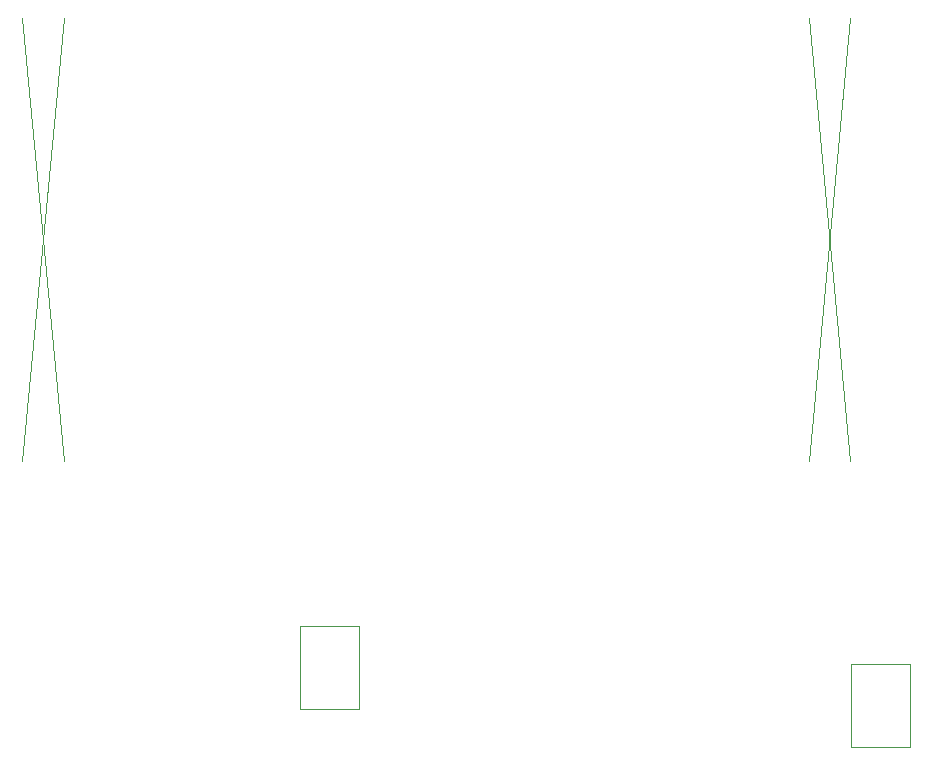
<source format=gbr>
G04*
G04 #@! TF.GenerationSoftware,Altium Limited,Altium Designer,23.7.1 (13)*
G04*
G04 Layer_Color=153*
%FSLAX25Y25*%
%MOIN*%
G70*
G04*
G04 #@! TF.SameCoordinates,27D51526-8311-448D-B6E4-34D2AC34C314*
G04*
G04*
G04 #@! TF.FilePolarity,Positive*
G04*
G01*
G75*
%ADD16C,0.00394*%
%ADD353C,0.00100*%
D16*
X475956Y-347233D02*
Y-319674D01*
X456271Y-347233D02*
X475956D01*
X456271D02*
Y-319674D01*
X475956D01*
X292135Y-334497D02*
Y-306938D01*
X272450Y-334497D02*
X292135D01*
X272450D02*
Y-306938D01*
X292135D01*
D353*
X442275Y-104306D02*
X456055Y-251806D01*
X442275D02*
X456055Y-104306D01*
X180023D02*
X193803Y-251806D01*
X180023D02*
X193803Y-104306D01*
M02*

</source>
